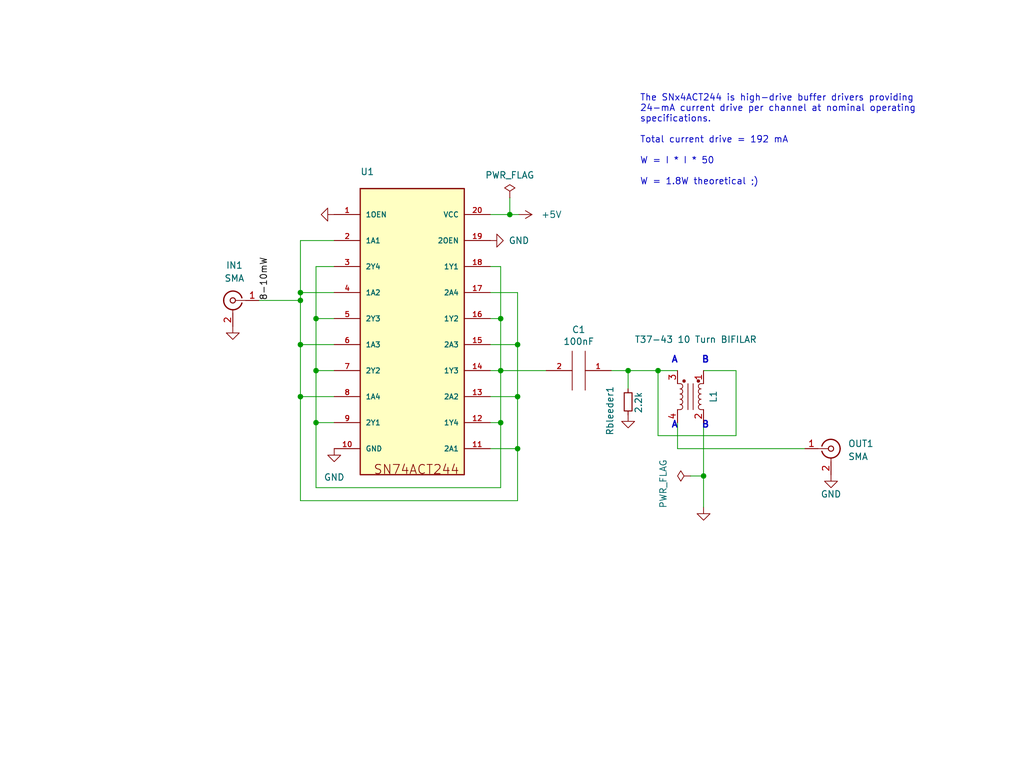
<source format=kicad_sch>
(kicad_sch (version 20211123) (generator eeschema)
  (paper "User" 200 150.012)
  (title_block (title "Experimental HF QRPp PA") (date "2022-09-13") (rev "v0.03") (company "WB2CBA, Dhiru Kholia (VU3CER)"))
  (lib_symbols
    (symbol "Connector:Conn_Coaxial" (pin_names (offset 1.016) hide)
      (property "Reference" "J" (at 0.254 3.048 0))
      (property "Value" "Conn_Coaxial" (at 2.921 0 90))
      (symbol "Conn_Coaxial_0_1"
        (arc (start -1.778 -0.508) (mid 0.222 -1.808) (end 1.778 0) (stroke (width 0.254)))
        (polyline (pts (xy -2.54 0) (xy -0.508 0)))
        (polyline (pts (xy 0 -2.54) (xy 0 -1.778)))
        (circle (center 0 0) (radius 0.508) (stroke (width 0.2032)))
        (arc (start 1.778 0) (mid 0.222 1.8083) (end -1.778 0.508) (stroke (width 0.254)))
      )
      (symbol "Conn_Coaxial_1_1"
        (pin passive line (at -5.08 0 0) (length 2.54) (name "In") (number "1"))
        (pin passive line (at 0 -5.08 90) (length 2.54) (name "Ext") (number "2"))
      )
    )
    (symbol "Device:L_Iron_Coupled" (pin_names (offset 0.254) hide)
      (property "Reference" "L" (at 0 4.445 0))
      (property "Value" "L_Iron_Coupled" (at 0 -4.445 0))
      (symbol "L_Iron_Coupled_0_1"
        (circle (center -3.048 -1.27) (radius 0.254) (fill (type outline)))
        (circle (center -3.048 1.524) (radius 0.254) (fill (type outline)))
        (arc (start -2.54 2.032) (mid -2.032 1.524) (end -1.524 2.032))
        (arc (start -1.524 -2.032) (mid -2.032 -1.524) (end -2.54 -2.032))
        (arc (start -1.524 2.032) (mid -1.016 1.524) (end -0.508 2.032))
        (arc (start -0.508 -2.032) (mid -1.016 -1.524) (end -1.524 -2.032))
        (arc (start -0.508 2.032) (mid 0 1.524) (end 0.508 2.032))
        (polyline (pts (xy -2.54 -2.032) (xy -2.54 -2.54)))
        (polyline (pts (xy -2.54 0.508) (xy 2.54 0.508)))
        (polyline (pts (xy -2.54 2.032) (xy -2.54 2.54)))
        (polyline (pts (xy 2.54 -2.032) (xy 2.54 -2.54)))
        (polyline (pts (xy 2.54 -0.508) (xy -2.54 -0.508)))
        (polyline (pts (xy 2.54 2.54) (xy 2.54 2.032)))
        (arc (start 0.508 -2.032) (mid 0 -1.524) (end -0.508 -2.032))
        (arc (start 0.508 2.032) (mid 1.016 1.524) (end 1.524 2.032))
        (arc (start 1.524 -2.032) (mid 1.016 -1.524) (end 0.508 -2.032))
        (arc (start 1.524 2.032) (mid 2.032 1.524) (end 2.54 2.032))
        (arc (start 2.54 -2.032) (mid 2.032 -1.524) (end 1.524 -2.032))
      )
      (symbol "L_Iron_Coupled_1_1"
        (pin passive line (at -5.08 2.54 0) (length 2.54) (name "1") (number "1"))
        (pin passive line (at 5.08 2.54 180) (length 2.54) (name "2") (number "2"))
        (pin passive line (at -5.08 -2.54 0) (length 2.54) (name "3") (number "3"))
        (pin passive line (at 5.08 -2.54 180) (length 2.54) (name "4") (number "4"))
      )
    )
    (symbol "Device:R_Small" (pin_numbers hide) (pin_names (offset 0.254) hide)
      (property "Reference" "R" (at 0.762 0.508 0))
      (property "Value" "R_Small" (at 0.762 -1.016 0))
      (symbol "R_Small_0_1"
        (rectangle (start -0.762 1.778) (end 0.762 -1.778) (stroke (width 0.2032)))
      )
      (symbol "R_Small_1_1"
        (pin passive line (at 0 2.54 270) (length 0.762) (name "~") (number "1"))
        (pin passive line (at 0 -2.54 90) (length 0.762) (name "~") (number "2"))
      )
    )
    (symbol "SN74ACT244:SN74ACT244" (pin_names (offset 1.016))
      (property "Reference" "U" (at -10.16 30.5054 0))
      (symbol "SN74ACT244_0_0"
        (rectangle (start -10.16 -27.94) (end 10.16 27.94) (stroke (width 0.254)) (fill (type background)))
        (text "SN74ACT244" (at -7.62 -27.94 0) (effects (font (size 1.778 1.778)) (justify left bottom)))
        (pin input line (at -15.24 22.86 0) (length 5.08) (name "1OEN") (number "1"))
        (pin power_in line (at -15.24 -22.86 0) (length 5.08) (name "GND") (number "10"))
        (pin input line (at 15.24 -22.86 180) (length 5.08) (name "2A1") (number "11"))
        (pin passive line (at 15.24 -17.78 180) (length 5.08) (name "1Y4") (number "12"))
        (pin input line (at 15.24 -12.7 180) (length 5.08) (name "2A2") (number "13"))
        (pin passive line (at 15.24 -7.62 180) (length 5.08) (name "1Y3") (number "14"))
        (pin input line (at 15.24 -2.54 180) (length 5.08) (name "2A3") (number "15"))
        (pin passive line (at 15.24 2.54 180) (length 5.08) (name "1Y2") (number "16"))
        (pin input line (at 15.24 7.62 180) (length 5.08) (name "2A4") (number "17"))
        (pin passive line (at 15.24 12.7 180) (length 5.08) (name "1Y1") (number "18"))
        (pin input line (at 15.24 17.78 180) (length 5.08) (name "2OEN") (number "19"))
        (pin input line (at -15.24 17.78 0) (length 5.08) (name "1A1") (number "2"))
        (pin power_in line (at 15.24 22.86 180) (length 5.08) (name "VCC") (number "20"))
        (pin passive line (at -15.24 12.7 0) (length 5.08) (name "2Y4") (number "3"))
        (pin input line (at -15.24 7.62 0) (length 5.08) (name "1A2") (number "4"))
        (pin passive line (at -15.24 2.54 0) (length 5.08) (name "2Y3") (number "5"))
        (pin input line (at -15.24 -2.54 0) (length 5.08) (name "1A3") (number "6"))
        (pin passive line (at -15.24 -7.62 0) (length 5.08) (name "2Y2") (number "7"))
        (pin input line (at -15.24 -12.7 0) (length 5.08) (name "1A4") (number "8"))
        (pin passive line (at -15.24 -17.78 0) (length 5.08) (name "2Y1") (number "9"))
      )
    )
    (symbol "power:+5V" (power) (pin_names (offset 0))
      (property "Value" "+5V" (at 0 3.556 0))
      (symbol "+5V_0_1"
        (polyline (pts (xy -0.762 1.27) (xy 0 2.54)))
        (polyline (pts (xy 0 0) (xy 0 2.54)))
        (polyline (pts (xy 0 2.54) (xy 0.762 1.27)))
      )
      (symbol "+5V_1_1"
        (pin power_in line (at 0 0 90) (length 0) hide (name "+5V") (number "1"))
      )
    )
    (symbol "power:GND" (power) (pin_names (offset 0))
      (property "Value" "GND" (at 0 -3.81 0))
      (symbol "GND_0_1"
        (polyline (pts (xy 0 0) (xy 0 -1.27) (xy 1.27 -1.27) (xy 0 -2.54) (xy -1.27 -1.27) (xy 0 -1.27)))
      )
      (symbol "GND_1_1"
        (pin power_in line (at 0 0 270) (length 0) hide (name "GND") (number "1"))
      )
    )
    (symbol "power:PWR_FLAG" (power) (pin_numbers hide) (pin_names (offset 0) hide)
      (property "Value" "PWR_FLAG" (at 0 3.81 0))
      (symbol "PWR_FLAG_0_0"
        (pin power_out line (at 0 0 90) (length 0) (name "pwr") (number "1"))
      )
      (symbol "PWR_FLAG_0_1"
        (polyline (pts (xy 0 0) (xy 0 1.27) (xy -1.016 1.905) (xy 0 2.54) (xy 1.016 1.905) (xy 0 1.27)))
      )
    )
    (symbol "pspice:CAP" (pin_names (offset 0.254))
      (property "Reference" "C" (at 2.54 3.81 90))
      (property "Value" "CAP" (at 2.54 -3.81 90))
      (symbol "CAP_0_1"
        (polyline (pts (xy -3.81 -1.27) (xy 3.81 -1.27)))
        (polyline (pts (xy -3.81 1.27) (xy 3.81 1.27)))
      )
      (symbol "CAP_1_1"
        (pin passive line (at 0 6.35 270) (length 5.08) (name "~") (number "1"))
        (pin passive line (at 0 -6.35 90) (length 5.08) (name "~") (number "2"))
      )
    )
  )
  (junction (at 97.79 82.55))
  (junction (at 97.79 62.23))
  (junction (at 99.568 41.91))
  (junction (at 101.092 67.31))
  (junction (at 58.674 77.47))
  (junction (at 61.722 82.55))
  (junction (at 122.682 72.39))
  (junction (at 58.674 57.15))
  (junction (at 61.722 72.39))
  (junction (at 101.092 77.47))
  (junction (at 101.092 87.63))
  (junction (at 128.524 72.39))
  (junction (at 58.674 67.31))
  (junction (at 61.722 62.23))
  (junction (at 58.674 58.674))
  (junction (at 97.79 72.39))
  (junction (at 137.414 92.964))
  (wire (pts (xy 58.674 67.31) (xy 58.674 77.47)))
  (wire (pts (xy 119.38 72.39) (xy 122.682 72.39)))
  (wire (pts (xy 65.278 46.99) (xy 58.674 46.99)))
  (wire (pts (xy 97.79 52.07) (xy 95.758 52.07)))
  (wire (pts (xy 137.414 82.55) (xy 137.414 92.964)))
  (wire (pts (xy 97.79 82.55) (xy 97.79 72.39)))
  (wire (pts (xy 101.092 67.31) (xy 101.092 77.47)))
  (wire (pts (xy 128.524 72.39) (xy 132.334 72.39)))
  (wire (pts (xy 97.79 62.23) (xy 97.79 72.39)))
  (wire (pts (xy 99.568 38.608) (xy 99.568 41.91)))
  (wire (pts (xy 97.79 52.07) (xy 97.79 62.23)))
  (wire (pts (xy 128.524 85.09) (xy 143.764 85.09)))
  (wire (pts (xy 61.722 72.39) (xy 65.278 72.39)))
  (wire (pts (xy 101.092 97.79) (xy 101.092 87.63)))
  (wire (pts (xy 99.568 41.91) (xy 101.346 41.91)))
  (wire (pts (xy 58.674 57.15) (xy 58.674 58.674)))
  (wire (pts (xy 61.722 72.39) (xy 61.722 82.55)))
  (wire (pts (xy 132.334 82.55) (xy 132.334 87.63)))
  (wire (pts (xy 58.674 77.47) (xy 65.278 77.47)))
  (wire (pts (xy 128.524 85.09) (xy 128.524 72.39)))
  (wire (pts (xy 95.758 72.39) (xy 97.79 72.39)))
  (wire (pts (xy 95.758 77.47) (xy 101.092 77.47)))
  (wire (pts (xy 65.278 52.07) (xy 61.722 52.07)))
  (wire (pts (xy 61.722 62.23) (xy 65.278 62.23)))
  (wire (pts (xy 61.722 82.55) (xy 61.722 95.25)))
  (wire (pts (xy 143.764 72.39) (xy 137.414 72.39)))
  (wire (pts (xy 95.758 57.15) (xy 101.092 57.15)))
  (wire (pts (xy 132.334 87.63) (xy 157.226 87.63)))
  (wire (pts (xy 134.874 92.964) (xy 137.414 92.964)))
  (wire (pts (xy 97.79 72.39) (xy 106.68 72.39)))
  (wire (pts (xy 95.758 82.55) (xy 97.79 82.55)))
  (wire (pts (xy 122.682 72.39) (xy 128.524 72.39)))
  (wire (pts (xy 95.758 62.23) (xy 97.79 62.23)))
  (wire (pts (xy 61.722 95.25) (xy 97.79 95.25)))
  (wire (pts (xy 95.758 67.31) (xy 101.092 67.31)))
  (wire (pts (xy 58.674 67.31) (xy 58.674 58.674)))
  (wire (pts (xy 58.674 97.79) (xy 101.092 97.79)))
  (wire (pts (xy 58.674 57.15) (xy 65.278 57.15)))
  (wire (pts (xy 122.682 72.39) (xy 122.682 75.946)))
  (wire (pts (xy 101.092 57.15) (xy 101.092 67.31)))
  (wire (pts (xy 65.278 67.31) (xy 58.674 67.31)))
  (wire (pts (xy 61.722 62.23) (xy 61.722 72.39)))
  (wire (pts (xy 61.722 52.07) (xy 61.722 62.23)))
  (wire (pts (xy 143.764 85.09) (xy 143.764 72.39)))
  (wire (pts (xy 61.722 82.55) (xy 65.278 82.55)))
  (wire (pts (xy 95.758 41.91) (xy 99.568 41.91)))
  (wire (pts (xy 58.674 46.99) (xy 58.674 57.15)))
  (wire (pts (xy 97.79 95.25) (xy 97.79 82.55)))
  (wire (pts (xy 50.546 58.674) (xy 58.674 58.674)))
  (wire (pts (xy 58.674 77.47) (xy 58.674 97.79)))
  (wire (pts (xy 101.092 87.63) (xy 95.758 87.63)))
  (wire (pts (xy 101.092 77.47) (xy 101.092 87.63)))
  (wire (pts (xy 137.414 92.964) (xy 137.414 99.06)))
  (text "A     B" (at 131.064 71.12 0) (effects (font (size 1.27 1.27) (thickness 0.254) bold) (justify left bottom)))
  (text "A     B" (at 131.064 83.82 0) (effects (font (size 1.27 1.27) (thickness 0.254) bold) (justify left bottom)))
  (text "The SNx4ACT244 is high-drive buffer drivers providing\n24-mA current drive per channel at nominal operating\nspecifications.\n\nTotal current drive = 192 mA\n\nW = I * I * 50\n\nW = 1.8W theoretical ;)" (at 124.968 36.322 0) (effects (font (size 1.27 1.27)) (justify left bottom)))
  (label "8-10mW" (at 52.578 58.674 90))
  (symbol (lib_id "power:GND") (at 45.466 63.754 0) (unit 1)
    (property "Reference" "#PWR0106" (effects hide))
    (property "Value" "GND" (effects hide))
  )
  (symbol (lib_id "Device:L_Iron_Coupled") (at 134.874 77.47 270) (unit 1)
    (property "Reference" "L1" (at 139.319 77.47 0))
    (property "Value" "T37-43 10 Turn BIFILAR" (at 135.89 66.294 90))
    (property "Footprint" "Inductor_THT:L_CommonMode_Toroid_Vertical_L19.3mm_W10.8mm_Px6.35mm_Py15.24mm_Bourns_8100" (effects hide))
  )
  (symbol (lib_id "Device:R_Small") (at 122.682 78.486 0) (unit 1)
    (property "Reference" "Rbleeder1" (at 119.126 85.09 90) (effects (justify left)))
    (property "Value" "2.2k" (at 124.714 80.772 90) (effects (justify left)))
  )
  (symbol (lib_id "power:PWR_FLAG") (at 134.874 92.964 90) (unit 1)
    (property "Reference" "#FLG01" (effects hide))
    (property "Value" "PWR_FLAG" (at 129.54 94.488 0))
  )
  (symbol (lib_id "pspice:CAP") (at 113.03 72.39 270) (unit 1)
    (property "Reference" "C1" (at 113.03 64.389 90))
    (property "Value" "100nF" (at 113.03 66.7004 90))
    (property "Footprint" "Capacitor_THT:C_Disc_D5.0mm_W2.5mm_P5.00mm" (effects hide))
  )
  (symbol (lib_id "power:GND") (at 95.758 46.99 90) (unit 1)
    (property "Reference" "#PWR07" (effects hide))
    (property "Value" "GND" (at 99.314 46.9899 90) (effects (justify right)))
  )
  (symbol (lib_id "power:PWR_FLAG") (at 99.568 38.608 0) (unit 1)
    (property "Reference" "#FLG0102" (effects hide))
    (property "Value" "PWR_FLAG" (at 99.568 34.2138 0))
  )
  (symbol (lib_id "Connector:Conn_Coaxial") (at 45.466 58.674 0) (mirror y) (unit 1)
    (property "Reference" "IN1" (at 45.7834 51.816 0))
    (property "Value" "SMA" (at 45.7834 54.356 0))
    (property "Footprint" "Connector_Coaxial:SMA_Amphenol_901-144_Vertical" (effects hide))
    (property "Datasheet" " ~" (effects hide))
  )
  (symbol (lib_id "Connector:Conn_Coaxial") (at 162.306 87.63 0) (unit 1)
    (property "Reference" "OUT1" (at 165.608 86.6531 0) (effects (justify left)))
    (property "Value" "SMA" (at 165.608 89.1931 0) (effects (justify left)))
    (property "Footprint" "Connector_Coaxial:SMA_Amphenol_901-144_Vertical" (effects hide))
    (property "Datasheet" " ~" (effects hide))
  )
  (symbol (lib_id "power:GND") (at 162.306 92.71 0) (mirror y) (unit 1)
    (property "Reference" "#PWR01" (effects hide))
    (property "Value" "GND" (at 162.306 96.52 0))
  )
  (symbol (lib_id "power:+5V") (at 101.346 41.91 270) (unit 1)
    (property "Reference" "#PWR02" (effects hide))
    (property "Value" "+5V" (at 105.664 41.9099 90) (effects (justify left)))
  )
  (symbol (lib_id "SN74ACT244:SN74ACT244") (at 80.518 64.77 0) (unit 1)
    (property "Reference" "U1" (at 70.358 34.2646 0) (effects (justify left bottom)))
    (property "Value" "SN74ACT244" (effects hide))
    (property "Footprint" "DIP" (effects hide))
  )
  (symbol (lib_id "power:GND") (at 65.278 87.63 0) (unit 1)
    (property "Reference" "#PWR04" (effects hide))
    (property "Value" "GND" (at 65.278 93.218 0))
  )
  (symbol (lib_id "power:GND") (at 65.278 41.91 270) (unit 1)
    (property "Reference" "#PWR03" (effects hide))
    (property "Value" "GND" (effects hide))
  )
  (symbol (lib_id "power:GND") (at 137.414 99.06 0) (unit 1)
    (property "Reference" "#PWR06" (effects hide))
    (property "Value" "GNDPWR" (effects hide))
  )
  (symbol (lib_id "power:GND") (at 122.682 81.026 0) (unit 1)
    (property "Reference" "#PWR05" (effects hide))
    (property "Value" "GND" (effects hide))
  )
)
</source>
